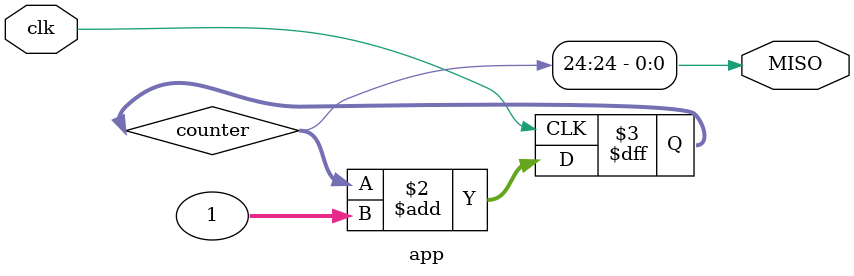
<source format=v>
module app (
    input wire clk,
    output wire MISO
);

reg [32:0] counter;
assign MISO = counter[24];

always @(posedge clk) begin
    counter <= counter + 1;
end

endmodule

</source>
